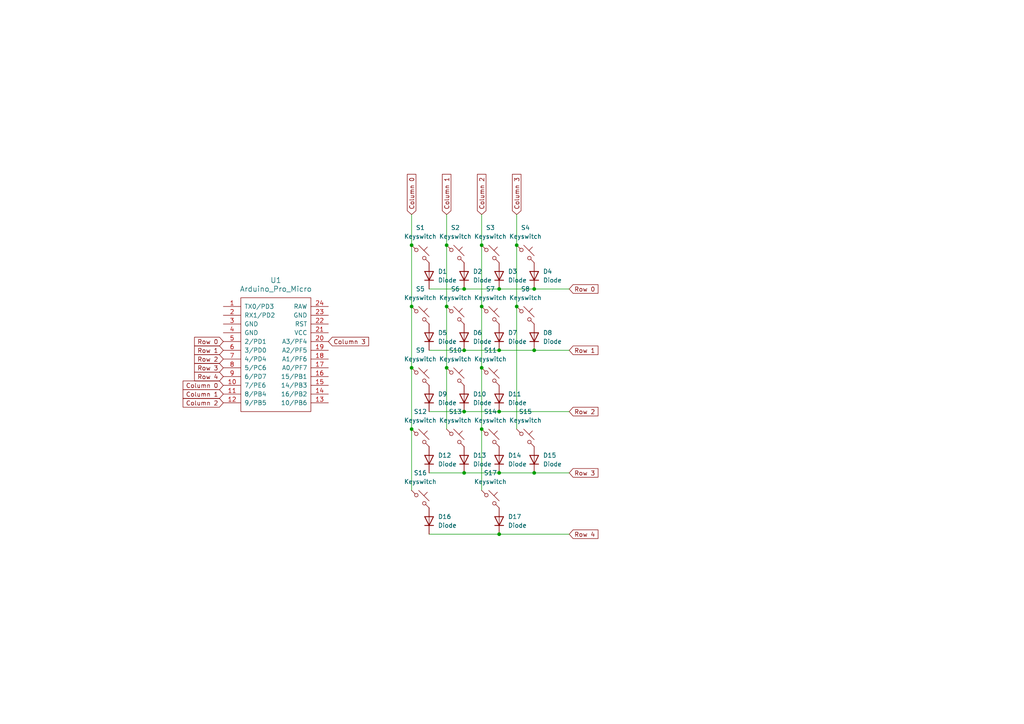
<source format=kicad_sch>
(kicad_sch (version 20230121) (generator eeschema)

  (uuid 2101bfb4-5331-483d-988d-a915b484041f)

  (paper "A4")

  (lib_symbols
    (symbol "ScottoKeebs:MCU_Arduino_Pro_Micro" (pin_names (offset 1.016)) (in_bom yes) (on_board yes)
      (property "Reference" "U" (at 0 0 0)
        (effects (font (size 1.524 1.524)))
      )
      (property "Value" "Arduino_Pro_Micro" (at 0 -19.05 0)
        (effects (font (size 1.524 1.524)))
      )
      (property "Footprint" "ScottoKeebs_MCU:Arduino_Pro_Micro" (at 0 -22.86 0)
        (effects (font (size 1.524 1.524)) hide)
      )
      (property "Datasheet" "" (at 26.67 -63.5 90)
        (effects (font (size 1.524 1.524)) hide)
      )
      (symbol "MCU_Arduino_Pro_Micro_0_1"
        (rectangle (start -10.16 16.51) (end 10.16 -16.51)
          (stroke (width 0) (type solid))
          (fill (type none))
        )
      )
      (symbol "MCU_Arduino_Pro_Micro_1_1"
        (pin input line (at -15.24 13.97 0) (length 5.08)
          (name "TX0/PD3" (effects (font (size 1.27 1.27))))
          (number "1" (effects (font (size 1.27 1.27))))
        )
        (pin input line (at -15.24 -8.89 0) (length 5.08)
          (name "7/PE6" (effects (font (size 1.27 1.27))))
          (number "10" (effects (font (size 1.27 1.27))))
        )
        (pin input line (at -15.24 -11.43 0) (length 5.08)
          (name "8/PB4" (effects (font (size 1.27 1.27))))
          (number "11" (effects (font (size 1.27 1.27))))
        )
        (pin input line (at -15.24 -13.97 0) (length 5.08)
          (name "9/PB5" (effects (font (size 1.27 1.27))))
          (number "12" (effects (font (size 1.27 1.27))))
        )
        (pin input line (at 15.24 -13.97 180) (length 5.08)
          (name "10/PB6" (effects (font (size 1.27 1.27))))
          (number "13" (effects (font (size 1.27 1.27))))
        )
        (pin input line (at 15.24 -11.43 180) (length 5.08)
          (name "16/PB2" (effects (font (size 1.27 1.27))))
          (number "14" (effects (font (size 1.27 1.27))))
        )
        (pin input line (at 15.24 -8.89 180) (length 5.08)
          (name "14/PB3" (effects (font (size 1.27 1.27))))
          (number "15" (effects (font (size 1.27 1.27))))
        )
        (pin input line (at 15.24 -6.35 180) (length 5.08)
          (name "15/PB1" (effects (font (size 1.27 1.27))))
          (number "16" (effects (font (size 1.27 1.27))))
        )
        (pin input line (at 15.24 -3.81 180) (length 5.08)
          (name "A0/PF7" (effects (font (size 1.27 1.27))))
          (number "17" (effects (font (size 1.27 1.27))))
        )
        (pin input line (at 15.24 -1.27 180) (length 5.08)
          (name "A1/PF6" (effects (font (size 1.27 1.27))))
          (number "18" (effects (font (size 1.27 1.27))))
        )
        (pin input line (at 15.24 1.27 180) (length 5.08)
          (name "A2/PF5" (effects (font (size 1.27 1.27))))
          (number "19" (effects (font (size 1.27 1.27))))
        )
        (pin input line (at -15.24 11.43 0) (length 5.08)
          (name "RX1/PD2" (effects (font (size 1.27 1.27))))
          (number "2" (effects (font (size 1.27 1.27))))
        )
        (pin input line (at 15.24 3.81 180) (length 5.08)
          (name "A3/PF4" (effects (font (size 1.27 1.27))))
          (number "20" (effects (font (size 1.27 1.27))))
        )
        (pin input line (at 15.24 6.35 180) (length 5.08)
          (name "VCC" (effects (font (size 1.27 1.27))))
          (number "21" (effects (font (size 1.27 1.27))))
        )
        (pin input line (at 15.24 8.89 180) (length 5.08)
          (name "RST" (effects (font (size 1.27 1.27))))
          (number "22" (effects (font (size 1.27 1.27))))
        )
        (pin input line (at 15.24 11.43 180) (length 5.08)
          (name "GND" (effects (font (size 1.27 1.27))))
          (number "23" (effects (font (size 1.27 1.27))))
        )
        (pin input line (at 15.24 13.97 180) (length 5.08)
          (name "RAW" (effects (font (size 1.27 1.27))))
          (number "24" (effects (font (size 1.27 1.27))))
        )
        (pin input line (at -15.24 8.89 0) (length 5.08)
          (name "GND" (effects (font (size 1.27 1.27))))
          (number "3" (effects (font (size 1.27 1.27))))
        )
        (pin input line (at -15.24 6.35 0) (length 5.08)
          (name "GND" (effects (font (size 1.27 1.27))))
          (number "4" (effects (font (size 1.27 1.27))))
        )
        (pin input line (at -15.24 3.81 0) (length 5.08)
          (name "2/PD1" (effects (font (size 1.27 1.27))))
          (number "5" (effects (font (size 1.27 1.27))))
        )
        (pin input line (at -15.24 1.27 0) (length 5.08)
          (name "3/PD0" (effects (font (size 1.27 1.27))))
          (number "6" (effects (font (size 1.27 1.27))))
        )
        (pin input line (at -15.24 -1.27 0) (length 5.08)
          (name "4/PD4" (effects (font (size 1.27 1.27))))
          (number "7" (effects (font (size 1.27 1.27))))
        )
        (pin input line (at -15.24 -3.81 0) (length 5.08)
          (name "5/PC6" (effects (font (size 1.27 1.27))))
          (number "8" (effects (font (size 1.27 1.27))))
        )
        (pin input line (at -15.24 -6.35 0) (length 5.08)
          (name "6/PD7" (effects (font (size 1.27 1.27))))
          (number "9" (effects (font (size 1.27 1.27))))
        )
      )
    )
    (symbol "ScottoKeebs:Placeholder_Diode" (pin_numbers hide) (pin_names hide) (in_bom yes) (on_board yes)
      (property "Reference" "D" (at 0 2.54 0)
        (effects (font (size 1.27 1.27)))
      )
      (property "Value" "Diode" (at 0 -2.54 0)
        (effects (font (size 1.27 1.27)))
      )
      (property "Footprint" "" (at 0 0 0)
        (effects (font (size 1.27 1.27)) hide)
      )
      (property "Datasheet" "" (at 0 0 0)
        (effects (font (size 1.27 1.27)) hide)
      )
      (property "Sim.Device" "D" (at 0 0 0)
        (effects (font (size 1.27 1.27)) hide)
      )
      (property "Sim.Pins" "1=K 2=A" (at 0 0 0)
        (effects (font (size 1.27 1.27)) hide)
      )
      (property "ki_keywords" "diode" (at 0 0 0)
        (effects (font (size 1.27 1.27)) hide)
      )
      (property "ki_description" "1N4148 (DO-35) or 1N4148W (SOD-123)" (at 0 0 0)
        (effects (font (size 1.27 1.27)) hide)
      )
      (property "ki_fp_filters" "D*DO?35*" (at 0 0 0)
        (effects (font (size 1.27 1.27)) hide)
      )
      (symbol "Placeholder_Diode_0_1"
        (polyline
          (pts
            (xy -1.27 1.27)
            (xy -1.27 -1.27)
          )
          (stroke (width 0.254) (type default))
          (fill (type none))
        )
        (polyline
          (pts
            (xy 1.27 0)
            (xy -1.27 0)
          )
          (stroke (width 0) (type default))
          (fill (type none))
        )
        (polyline
          (pts
            (xy 1.27 1.27)
            (xy 1.27 -1.27)
            (xy -1.27 0)
            (xy 1.27 1.27)
          )
          (stroke (width 0.254) (type default))
          (fill (type none))
        )
      )
      (symbol "Placeholder_Diode_1_1"
        (pin passive line (at -3.81 0 0) (length 2.54)
          (name "K" (effects (font (size 1.27 1.27))))
          (number "1" (effects (font (size 1.27 1.27))))
        )
        (pin passive line (at 3.81 0 180) (length 2.54)
          (name "A" (effects (font (size 1.27 1.27))))
          (number "2" (effects (font (size 1.27 1.27))))
        )
      )
    )
    (symbol "ScottoKeebs:Placeholder_Keyswitch" (pin_numbers hide) (pin_names (offset 1.016) hide) (in_bom yes) (on_board yes)
      (property "Reference" "S" (at 3.048 1.016 0)
        (effects (font (size 1.27 1.27)) (justify left))
      )
      (property "Value" "Keyswitch" (at 0 -3.81 0)
        (effects (font (size 1.27 1.27)))
      )
      (property "Footprint" "" (at 0 0 0)
        (effects (font (size 1.27 1.27)) hide)
      )
      (property "Datasheet" "~" (at 0 0 0)
        (effects (font (size 1.27 1.27)) hide)
      )
      (property "ki_keywords" "switch normally-open pushbutton push-button" (at 0 0 0)
        (effects (font (size 1.27 1.27)) hide)
      )
      (property "ki_description" "Push button switch, normally open, two pins, 45° tilted" (at 0 0 0)
        (effects (font (size 1.27 1.27)) hide)
      )
      (symbol "Placeholder_Keyswitch_0_1"
        (circle (center -1.1684 1.1684) (radius 0.508)
          (stroke (width 0) (type default))
          (fill (type none))
        )
        (polyline
          (pts
            (xy -0.508 2.54)
            (xy 2.54 -0.508)
          )
          (stroke (width 0) (type default))
          (fill (type none))
        )
        (polyline
          (pts
            (xy 1.016 1.016)
            (xy 2.032 2.032)
          )
          (stroke (width 0) (type default))
          (fill (type none))
        )
        (polyline
          (pts
            (xy -2.54 2.54)
            (xy -1.524 1.524)
            (xy -1.524 1.524)
          )
          (stroke (width 0) (type default))
          (fill (type none))
        )
        (polyline
          (pts
            (xy 1.524 -1.524)
            (xy 2.54 -2.54)
            (xy 2.54 -2.54)
            (xy 2.54 -2.54)
          )
          (stroke (width 0) (type default))
          (fill (type none))
        )
        (circle (center 1.143 -1.1938) (radius 0.508)
          (stroke (width 0) (type default))
          (fill (type none))
        )
        (pin passive line (at -2.54 2.54 0) (length 0)
          (name "1" (effects (font (size 1.27 1.27))))
          (number "1" (effects (font (size 1.27 1.27))))
        )
        (pin passive line (at 2.54 -2.54 180) (length 0)
          (name "2" (effects (font (size 1.27 1.27))))
          (number "2" (effects (font (size 1.27 1.27))))
        )
      )
    )
  )

  (junction (at 144.78 119.38) (diameter 0) (color 0 0 0 0)
    (uuid 0177e6d5-563c-49fb-adef-7d631a95f556)
  )
  (junction (at 154.94 137.16) (diameter 0) (color 0 0 0 0)
    (uuid 07afded6-e476-45f5-ab56-63f1798cf3b3)
  )
  (junction (at 134.62 83.82) (diameter 0) (color 0 0 0 0)
    (uuid 0c6086b3-3d4d-4fa9-84e8-42e347483488)
  )
  (junction (at 154.94 101.6) (diameter 0) (color 0 0 0 0)
    (uuid 109c5cac-a41e-4f22-8884-9a6d334210d0)
  )
  (junction (at 129.54 106.68) (diameter 0) (color 0 0 0 0)
    (uuid 13d806e6-35c3-43d7-9e5d-45115ebe1773)
  )
  (junction (at 134.62 101.6) (diameter 0) (color 0 0 0 0)
    (uuid 16ec05fe-9af0-4a91-8f7e-38e37884a90a)
  )
  (junction (at 154.94 83.82) (diameter 0) (color 0 0 0 0)
    (uuid 21842d63-1d3f-40dd-8933-45026ab35da9)
  )
  (junction (at 119.38 71.12) (diameter 0) (color 0 0 0 0)
    (uuid 51bc7b2c-8121-4bc9-95ba-3281facbd6f3)
  )
  (junction (at 139.7 88.9) (diameter 0) (color 0 0 0 0)
    (uuid 60894b01-70c7-4dbe-8bbf-7c3104cfd4f7)
  )
  (junction (at 144.78 137.16) (diameter 0) (color 0 0 0 0)
    (uuid 71d740d6-e748-4087-b762-fdbf48aec76b)
  )
  (junction (at 134.62 119.38) (diameter 0) (color 0 0 0 0)
    (uuid 72682611-c0ed-4c4c-982d-0904d143ad0a)
  )
  (junction (at 144.78 154.94) (diameter 0) (color 0 0 0 0)
    (uuid 80d4e6b4-6e61-473e-9453-ccc3e8db8244)
  )
  (junction (at 139.7 106.68) (diameter 0) (color 0 0 0 0)
    (uuid 80ff2d2c-1480-4dae-941e-ccd3d2e9c200)
  )
  (junction (at 134.62 137.16) (diameter 0) (color 0 0 0 0)
    (uuid 842bb86c-288b-4c89-b8f5-09b18c884784)
  )
  (junction (at 149.86 71.12) (diameter 0) (color 0 0 0 0)
    (uuid 85e2a9b5-fcb5-4746-be15-a9564c8ab3f6)
  )
  (junction (at 129.54 71.12) (diameter 0) (color 0 0 0 0)
    (uuid 888b5124-ff3c-4bb8-8ece-205afe2fb659)
  )
  (junction (at 119.38 88.9) (diameter 0) (color 0 0 0 0)
    (uuid 9458e4ed-6548-4ddd-8ba0-6769547bae27)
  )
  (junction (at 139.7 124.46) (diameter 0) (color 0 0 0 0)
    (uuid 978e8b31-15e2-4112-92b9-bddbc7177c7e)
  )
  (junction (at 119.38 124.46) (diameter 0) (color 0 0 0 0)
    (uuid 99a26d43-694e-408f-8a73-e081314a1d02)
  )
  (junction (at 144.78 101.6) (diameter 0) (color 0 0 0 0)
    (uuid 9ef667cf-3ea3-4941-a32a-f1949c9b57c1)
  )
  (junction (at 149.86 88.9) (diameter 0) (color 0 0 0 0)
    (uuid a5bf56b0-0d95-4a6c-82a1-4a86974837cf)
  )
  (junction (at 119.38 106.68) (diameter 0) (color 0 0 0 0)
    (uuid ba57a11e-4df7-461b-a32d-8e3731f9444b)
  )
  (junction (at 139.7 71.12) (diameter 0) (color 0 0 0 0)
    (uuid c6ea6d5d-8a7a-450f-949b-3747d873611b)
  )
  (junction (at 144.78 83.82) (diameter 0) (color 0 0 0 0)
    (uuid dd30f396-47cf-4fa8-9dd4-eba4d8ed6bde)
  )
  (junction (at 129.54 88.9) (diameter 0) (color 0 0 0 0)
    (uuid e1267bb4-1113-4ff1-abe8-8a55d228beed)
  )

  (wire (pts (xy 139.7 106.68) (xy 139.7 124.46))
    (stroke (width 0) (type default))
    (uuid 066b4ed8-894a-4a68-9583-f5a280bd84ef)
  )
  (wire (pts (xy 124.46 154.94) (xy 144.78 154.94))
    (stroke (width 0) (type default))
    (uuid 0ab592e1-e181-4e43-822f-dd7c4a98f14e)
  )
  (wire (pts (xy 134.62 83.82) (xy 144.78 83.82))
    (stroke (width 0) (type default))
    (uuid 0d272e8f-5809-41da-94a3-d9f5d276b0b7)
  )
  (wire (pts (xy 129.54 106.68) (xy 129.54 124.46))
    (stroke (width 0) (type default))
    (uuid 20e049e8-f781-4ca5-b949-d637570e6b35)
  )
  (wire (pts (xy 119.38 106.68) (xy 119.38 124.46))
    (stroke (width 0) (type default))
    (uuid 287442fe-cfe8-40b5-a713-d6bb69277563)
  )
  (wire (pts (xy 139.7 88.9) (xy 139.7 106.68))
    (stroke (width 0) (type default))
    (uuid 292a16d3-8c1e-4d00-9928-730c901f46d2)
  )
  (wire (pts (xy 124.46 101.6) (xy 134.62 101.6))
    (stroke (width 0) (type default))
    (uuid 2d80e7e9-6c00-4be8-9fff-5e76fdb06b2f)
  )
  (wire (pts (xy 119.38 71.12) (xy 119.38 88.9))
    (stroke (width 0) (type default))
    (uuid 2e6b2676-c4df-42dc-b130-64cf0585cbaa)
  )
  (wire (pts (xy 139.7 124.46) (xy 139.7 142.24))
    (stroke (width 0) (type default))
    (uuid 37633d05-1b07-4129-bb99-3b4a91e932c2)
  )
  (wire (pts (xy 124.46 137.16) (xy 134.62 137.16))
    (stroke (width 0) (type default))
    (uuid 417f31cd-5151-4423-8660-7ec8db385d6e)
  )
  (wire (pts (xy 124.46 119.38) (xy 134.62 119.38))
    (stroke (width 0) (type default))
    (uuid 486218bc-f406-4a70-b90e-1ab6f1bb3648)
  )
  (wire (pts (xy 129.54 88.9) (xy 129.54 106.68))
    (stroke (width 0) (type default))
    (uuid 4a2c47c6-439f-460b-8230-350b52a9e097)
  )
  (wire (pts (xy 119.38 124.46) (xy 119.38 142.24))
    (stroke (width 0) (type default))
    (uuid 4e0354b2-d5a5-4308-99fd-cc66f9db2a3a)
  )
  (wire (pts (xy 119.38 88.9) (xy 119.38 106.68))
    (stroke (width 0) (type default))
    (uuid 54ce0e41-c19d-4432-ab0d-f6a8f6ab0fa1)
  )
  (wire (pts (xy 134.62 101.6) (xy 144.78 101.6))
    (stroke (width 0) (type default))
    (uuid 6f2bc3fa-6f06-4ee6-866f-ad1bbb6bfd1b)
  )
  (wire (pts (xy 144.78 101.6) (xy 154.94 101.6))
    (stroke (width 0) (type default))
    (uuid 7586c28d-b789-4cec-bd75-d0b7fb8718f2)
  )
  (wire (pts (xy 165.1 137.16) (xy 154.94 137.16))
    (stroke (width 0) (type default))
    (uuid 762fa917-f477-490a-9d34-46fd5f309c59)
  )
  (wire (pts (xy 124.46 83.82) (xy 134.62 83.82))
    (stroke (width 0) (type default))
    (uuid 7f5d20e5-7ea2-4d84-9a96-0f9273e9b51a)
  )
  (wire (pts (xy 129.54 71.12) (xy 129.54 88.9))
    (stroke (width 0) (type default))
    (uuid 86fda98f-8d74-477f-b102-8ee49352f477)
  )
  (wire (pts (xy 134.62 119.38) (xy 144.78 119.38))
    (stroke (width 0) (type default))
    (uuid 9625008e-ab50-469b-bf5c-bc65161a032c)
  )
  (wire (pts (xy 144.78 119.38) (xy 165.1 119.38))
    (stroke (width 0) (type default))
    (uuid 97722d06-1bf8-4ebb-9f51-af664e724ba5)
  )
  (wire (pts (xy 119.38 62.23) (xy 119.38 71.12))
    (stroke (width 0) (type default))
    (uuid 9c8e85ed-a7da-402e-88ba-e67448724eda)
  )
  (wire (pts (xy 165.1 83.82) (xy 154.94 83.82))
    (stroke (width 0) (type default))
    (uuid a1c3df07-e999-4a55-bbf1-bc1e2617e1af)
  )
  (wire (pts (xy 154.94 101.6) (xy 165.1 101.6))
    (stroke (width 0) (type default))
    (uuid a487990d-ee73-4e3e-bf9d-c5bbb0980b4b)
  )
  (wire (pts (xy 129.54 62.23) (xy 129.54 71.12))
    (stroke (width 0) (type default))
    (uuid a73b2de2-c6d2-4219-ad2d-f04ecb17e489)
  )
  (wire (pts (xy 139.7 62.23) (xy 139.7 71.12))
    (stroke (width 0) (type default))
    (uuid b69182a9-4625-413f-8f73-4feca696f61a)
  )
  (wire (pts (xy 149.86 62.23) (xy 149.86 71.12))
    (stroke (width 0) (type default))
    (uuid bccb0d5e-8e0a-41a2-a74f-85961a49bec3)
  )
  (wire (pts (xy 134.62 137.16) (xy 144.78 137.16))
    (stroke (width 0) (type default))
    (uuid c223752d-2399-4d61-aa8f-dd9ac64d83c8)
  )
  (wire (pts (xy 149.86 88.9) (xy 149.86 124.46))
    (stroke (width 0) (type default))
    (uuid c45aa086-63c5-415e-a0ef-51e4ec15510a)
  )
  (wire (pts (xy 149.86 71.12) (xy 149.86 88.9))
    (stroke (width 0) (type default))
    (uuid cdfdf18f-5d35-439b-b600-157453248076)
  )
  (wire (pts (xy 144.78 83.82) (xy 154.94 83.82))
    (stroke (width 0) (type default))
    (uuid dc86a698-341b-413f-849d-89ed40688c9d)
  )
  (wire (pts (xy 139.7 71.12) (xy 139.7 88.9))
    (stroke (width 0) (type default))
    (uuid dca27de6-5981-479b-bf9a-04db5f0fb132)
  )
  (wire (pts (xy 144.78 137.16) (xy 154.94 137.16))
    (stroke (width 0) (type default))
    (uuid dd93820e-f754-4419-a88f-b3afa3594428)
  )
  (wire (pts (xy 165.1 154.94) (xy 144.78 154.94))
    (stroke (width 0) (type default))
    (uuid dea204d5-7239-4ed9-9688-de0500977634)
  )

  (global_label "Column 0" (shape input) (at 64.77 111.76 180) (fields_autoplaced)
    (effects (font (size 1.27 1.27)) (justify right))
    (uuid 11120e6a-ca85-4deb-8497-8be03b0ccd15)
    (property "Intersheetrefs" "${INTERSHEET_REFS}" (at 52.5322 111.76 0)
      (effects (font (size 1.27 1.27)) (justify right) hide)
    )
  )
  (global_label "Row 4" (shape input) (at 165.1 154.94 0) (fields_autoplaced)
    (effects (font (size 1.27 1.27)) (justify left))
    (uuid 2c464e0a-b448-45d9-8457-46ac796c3c5b)
    (property "Intersheetrefs" "${INTERSHEET_REFS}" (at 174.0118 154.94 0)
      (effects (font (size 1.27 1.27)) (justify left) hide)
    )
  )
  (global_label "Column 2" (shape input) (at 64.77 116.84 180) (fields_autoplaced)
    (effects (font (size 1.27 1.27)) (justify right))
    (uuid 3454877c-2611-4fad-8480-a6ca1f2b749e)
    (property "Intersheetrefs" "${INTERSHEET_REFS}" (at 52.5322 116.84 0)
      (effects (font (size 1.27 1.27)) (justify right) hide)
    )
  )
  (global_label "Row 4" (shape input) (at 64.77 109.22 180) (fields_autoplaced)
    (effects (font (size 1.27 1.27)) (justify right))
    (uuid 372f5ee0-688b-4541-80c3-2858fa4ef6a7)
    (property "Intersheetrefs" "${INTERSHEET_REFS}" (at 55.8582 109.22 0)
      (effects (font (size 1.27 1.27)) (justify right) hide)
    )
  )
  (global_label "Row 0" (shape input) (at 64.77 99.06 180) (fields_autoplaced)
    (effects (font (size 1.27 1.27)) (justify right))
    (uuid 405768d7-3d69-4236-b2a5-dc09507ec961)
    (property "Intersheetrefs" "${INTERSHEET_REFS}" (at 55.8582 99.06 0)
      (effects (font (size 1.27 1.27)) (justify right) hide)
    )
  )
  (global_label "Row 3" (shape input) (at 64.77 106.68 180) (fields_autoplaced)
    (effects (font (size 1.27 1.27)) (justify right))
    (uuid 561a7510-7287-4acc-ab81-12772a22be77)
    (property "Intersheetrefs" "${INTERSHEET_REFS}" (at 55.8582 106.68 0)
      (effects (font (size 1.27 1.27)) (justify right) hide)
    )
  )
  (global_label "Row 3" (shape input) (at 165.1 137.16 0) (fields_autoplaced)
    (effects (font (size 1.27 1.27)) (justify left))
    (uuid 6cb5f555-7651-4cb7-8905-91b3bd2a1f9c)
    (property "Intersheetrefs" "${INTERSHEET_REFS}" (at 174.0118 137.16 0)
      (effects (font (size 1.27 1.27)) (justify left) hide)
    )
  )
  (global_label "Row 2" (shape input) (at 165.1 119.38 0) (fields_autoplaced)
    (effects (font (size 1.27 1.27)) (justify left))
    (uuid 7b9c2434-61a8-42dd-95f4-da12d831345b)
    (property "Intersheetrefs" "${INTERSHEET_REFS}" (at 174.0118 119.38 0)
      (effects (font (size 1.27 1.27)) (justify left) hide)
    )
  )
  (global_label "Column 2" (shape input) (at 139.7 62.23 90) (fields_autoplaced)
    (effects (font (size 1.27 1.27)) (justify left))
    (uuid 8bc53ca7-ea63-4373-b857-d0dd64560e60)
    (property "Intersheetrefs" "${INTERSHEET_REFS}" (at 139.7 49.9922 90)
      (effects (font (size 1.27 1.27)) (justify left) hide)
    )
  )
  (global_label "Column 1" (shape input) (at 64.77 114.3 180) (fields_autoplaced)
    (effects (font (size 1.27 1.27)) (justify right))
    (uuid a266fdc1-6455-4949-83c6-6bf379a19f0e)
    (property "Intersheetrefs" "${INTERSHEET_REFS}" (at 52.5322 114.3 0)
      (effects (font (size 1.27 1.27)) (justify right) hide)
    )
  )
  (global_label "Row 2" (shape input) (at 64.77 104.14 180) (fields_autoplaced)
    (effects (font (size 1.27 1.27)) (justify right))
    (uuid acbab488-c4c1-4f7e-a2e5-ef9eefd4b8ed)
    (property "Intersheetrefs" "${INTERSHEET_REFS}" (at 55.8582 104.14 0)
      (effects (font (size 1.27 1.27)) (justify right) hide)
    )
  )
  (global_label "Row 1" (shape input) (at 165.1 101.6 0) (fields_autoplaced)
    (effects (font (size 1.27 1.27)) (justify left))
    (uuid b5a64e22-9423-4c2f-90c3-d4a759ae604e)
    (property "Intersheetrefs" "${INTERSHEET_REFS}" (at 174.0118 101.6 0)
      (effects (font (size 1.27 1.27)) (justify left) hide)
    )
  )
  (global_label "Row 0" (shape input) (at 165.1 83.82 0) (fields_autoplaced)
    (effects (font (size 1.27 1.27)) (justify left))
    (uuid b5d83220-fcff-49e3-8b38-ca8a1ae05258)
    (property "Intersheetrefs" "${INTERSHEET_REFS}" (at 174.0118 83.82 0)
      (effects (font (size 1.27 1.27)) (justify left) hide)
    )
  )
  (global_label "Column 3" (shape input) (at 95.25 99.06 0) (fields_autoplaced)
    (effects (font (size 1.27 1.27)) (justify left))
    (uuid cdbfc993-fecc-4a21-82cf-c72db62a43de)
    (property "Intersheetrefs" "${INTERSHEET_REFS}" (at 107.4878 99.06 0)
      (effects (font (size 1.27 1.27)) (justify left) hide)
    )
  )
  (global_label "Column 0" (shape input) (at 119.38 62.23 90) (fields_autoplaced)
    (effects (font (size 1.27 1.27)) (justify left))
    (uuid d37fa744-e79c-4d56-b986-c95826460e79)
    (property "Intersheetrefs" "${INTERSHEET_REFS}" (at 119.38 49.9922 90)
      (effects (font (size 1.27 1.27)) (justify left) hide)
    )
  )
  (global_label "Column 1" (shape input) (at 129.54 62.23 90) (fields_autoplaced)
    (effects (font (size 1.27 1.27)) (justify left))
    (uuid d441ebff-3c91-42f1-92db-162ec413e310)
    (property "Intersheetrefs" "${INTERSHEET_REFS}" (at 129.54 49.9922 90)
      (effects (font (size 1.27 1.27)) (justify left) hide)
    )
  )
  (global_label "Row 1" (shape input) (at 64.77 101.6 180) (fields_autoplaced)
    (effects (font (size 1.27 1.27)) (justify right))
    (uuid f4afa7ad-67d1-42c7-9ee5-fe65c1ae5d78)
    (property "Intersheetrefs" "${INTERSHEET_REFS}" (at 55.8582 101.6 0)
      (effects (font (size 1.27 1.27)) (justify right) hide)
    )
  )
  (global_label "Column 3" (shape input) (at 149.86 62.23 90) (fields_autoplaced)
    (effects (font (size 1.27 1.27)) (justify left))
    (uuid f80086f9-4b3e-4cba-9b4f-d572475f33d1)
    (property "Intersheetrefs" "${INTERSHEET_REFS}" (at 149.86 49.9922 90)
      (effects (font (size 1.27 1.27)) (justify left) hide)
    )
  )

  (symbol (lib_id "ScottoKeebs:Placeholder_Diode") (at 144.78 80.01 90) (unit 1)
    (in_bom yes) (on_board yes) (dnp no) (fields_autoplaced)
    (uuid 06ba10cd-150d-4bfc-81f4-30cc60abf8f6)
    (property "Reference" "D3" (at 147.32 78.74 90)
      (effects (font (size 1.27 1.27)) (justify right))
    )
    (property "Value" "Diode" (at 147.32 81.28 90)
      (effects (font (size 1.27 1.27)) (justify right))
    )
    (property "Footprint" "ScottoKeebs_Components:Diode_DO-35" (at 144.78 80.01 0)
      (effects (font (size 1.27 1.27)) hide)
    )
    (property "Datasheet" "" (at 144.78 80.01 0)
      (effects (font (size 1.27 1.27)) hide)
    )
    (property "Sim.Device" "D" (at 144.78 80.01 0)
      (effects (font (size 1.27 1.27)) hide)
    )
    (property "Sim.Pins" "1=K 2=A" (at 144.78 80.01 0)
      (effects (font (size 1.27 1.27)) hide)
    )
    (pin "2" (uuid 1f32220b-2118-4815-8b7b-49df75446e05))
    (pin "1" (uuid 8d39e4d5-2687-4afd-b81a-94bc0b4e026a))
    (instances
      (project "numpad"
        (path "/2101bfb4-5331-483d-988d-a915b484041f"
          (reference "D3") (unit 1)
        )
      )
    )
  )

  (symbol (lib_id "ScottoKeebs:Placeholder_Keyswitch") (at 152.4 127 0) (unit 1)
    (in_bom yes) (on_board yes) (dnp no) (fields_autoplaced)
    (uuid 0f075055-3b6c-4a37-b1d9-8742f6bb3efd)
    (property "Reference" "S15" (at 152.4 119.38 0)
      (effects (font (size 1.27 1.27)))
    )
    (property "Value" "Keyswitch" (at 152.4 121.92 0)
      (effects (font (size 1.27 1.27)))
    )
    (property "Footprint" "ScottoKeebs_MX:MX_PCB_2.00u_90deg" (at 152.4 127 0)
      (effects (font (size 1.27 1.27)) hide)
    )
    (property "Datasheet" "~" (at 152.4 127 0)
      (effects (font (size 1.27 1.27)) hide)
    )
    (pin "1" (uuid 26f52bc1-a2c4-438e-8213-956b3d781fbf))
    (pin "2" (uuid c59f427a-ea21-4758-9fff-5ed8a03d7853))
    (instances
      (project "numpad"
        (path "/2101bfb4-5331-483d-988d-a915b484041f"
          (reference "S15") (unit 1)
        )
      )
    )
  )

  (symbol (lib_id "ScottoKeebs:Placeholder_Keyswitch") (at 152.4 73.66 0) (unit 1)
    (in_bom yes) (on_board yes) (dnp no) (fields_autoplaced)
    (uuid 10a40f9d-e86b-48ad-b65a-66dcf6f28876)
    (property "Reference" "S4" (at 152.4 66.04 0)
      (effects (font (size 1.27 1.27)))
    )
    (property "Value" "Keyswitch" (at 152.4 68.58 0)
      (effects (font (size 1.27 1.27)))
    )
    (property "Footprint" "ScottoKeebs_MX:MX_PCB_1.00u" (at 152.4 73.66 0)
      (effects (font (size 1.27 1.27)) hide)
    )
    (property "Datasheet" "~" (at 152.4 73.66 0)
      (effects (font (size 1.27 1.27)) hide)
    )
    (pin "1" (uuid 107c32c0-7ce4-48c4-96e6-43d94101dcb9))
    (pin "2" (uuid c136c9d7-f0a9-4936-9801-ba2b46fa4b8b))
    (instances
      (project "numpad"
        (path "/2101bfb4-5331-483d-988d-a915b484041f"
          (reference "S4") (unit 1)
        )
      )
    )
  )

  (symbol (lib_id "ScottoKeebs:Placeholder_Diode") (at 154.94 133.35 90) (unit 1)
    (in_bom yes) (on_board yes) (dnp no) (fields_autoplaced)
    (uuid 156be11f-7455-4faf-a4a9-34668abd86f2)
    (property "Reference" "D15" (at 157.48 132.08 90)
      (effects (font (size 1.27 1.27)) (justify right))
    )
    (property "Value" "Diode" (at 157.48 134.62 90)
      (effects (font (size 1.27 1.27)) (justify right))
    )
    (property "Footprint" "ScottoKeebs_Components:Diode_DO-35" (at 154.94 133.35 0)
      (effects (font (size 1.27 1.27)) hide)
    )
    (property "Datasheet" "" (at 154.94 133.35 0)
      (effects (font (size 1.27 1.27)) hide)
    )
    (property "Sim.Device" "D" (at 154.94 133.35 0)
      (effects (font (size 1.27 1.27)) hide)
    )
    (property "Sim.Pins" "1=K 2=A" (at 154.94 133.35 0)
      (effects (font (size 1.27 1.27)) hide)
    )
    (pin "2" (uuid bc3e9ce7-65eb-4bc7-a1eb-9c24d179986c))
    (pin "1" (uuid ef9e5039-006b-4ca3-9495-51ac1ecadefc))
    (instances
      (project "numpad"
        (path "/2101bfb4-5331-483d-988d-a915b484041f"
          (reference "D15") (unit 1)
        )
      )
    )
  )

  (symbol (lib_id "ScottoKeebs:Placeholder_Keyswitch") (at 132.08 73.66 0) (unit 1)
    (in_bom yes) (on_board yes) (dnp no) (fields_autoplaced)
    (uuid 244766ef-69b6-4133-9c34-71b4bb33f22e)
    (property "Reference" "S2" (at 132.08 66.04 0)
      (effects (font (size 1.27 1.27)))
    )
    (property "Value" "Keyswitch" (at 132.08 68.58 0)
      (effects (font (size 1.27 1.27)))
    )
    (property "Footprint" "ScottoKeebs_MX:MX_PCB_1.00u" (at 132.08 73.66 0)
      (effects (font (size 1.27 1.27)) hide)
    )
    (property "Datasheet" "~" (at 132.08 73.66 0)
      (effects (font (size 1.27 1.27)) hide)
    )
    (pin "1" (uuid 956b7cda-740f-49fd-b4fe-76ada83ee73b))
    (pin "2" (uuid 229b3d80-d9f4-4b3d-a49e-ee6fcc136931))
    (instances
      (project "numpad"
        (path "/2101bfb4-5331-483d-988d-a915b484041f"
          (reference "S2") (unit 1)
        )
      )
    )
  )

  (symbol (lib_id "ScottoKeebs:Placeholder_Keyswitch") (at 142.24 109.22 0) (unit 1)
    (in_bom yes) (on_board yes) (dnp no) (fields_autoplaced)
    (uuid 25a0e55d-3a61-4e66-aeda-79d7a9f0fdb3)
    (property "Reference" "S11" (at 142.24 101.6 0)
      (effects (font (size 1.27 1.27)))
    )
    (property "Value" "Keyswitch" (at 142.24 104.14 0)
      (effects (font (size 1.27 1.27)))
    )
    (property "Footprint" "ScottoKeebs_MX:MX_PCB_1.00u" (at 142.24 109.22 0)
      (effects (font (size 1.27 1.27)) hide)
    )
    (property "Datasheet" "~" (at 142.24 109.22 0)
      (effects (font (size 1.27 1.27)) hide)
    )
    (pin "1" (uuid bd4d892f-ec28-48b2-9311-606b5a8c23d3))
    (pin "2" (uuid c0f4fd4c-ad53-4b09-9ffc-01de6a6c6b12))
    (instances
      (project "numpad"
        (path "/2101bfb4-5331-483d-988d-a915b484041f"
          (reference "S11") (unit 1)
        )
      )
    )
  )

  (symbol (lib_id "ScottoKeebs:Placeholder_Diode") (at 144.78 133.35 90) (unit 1)
    (in_bom yes) (on_board yes) (dnp no) (fields_autoplaced)
    (uuid 2b33aa97-6d9a-415b-abd1-ac9c90fa0556)
    (property "Reference" "D14" (at 147.32 132.08 90)
      (effects (font (size 1.27 1.27)) (justify right))
    )
    (property "Value" "Diode" (at 147.32 134.62 90)
      (effects (font (size 1.27 1.27)) (justify right))
    )
    (property "Footprint" "ScottoKeebs_Components:Diode_DO-35" (at 144.78 133.35 0)
      (effects (font (size 1.27 1.27)) hide)
    )
    (property "Datasheet" "" (at 144.78 133.35 0)
      (effects (font (size 1.27 1.27)) hide)
    )
    (property "Sim.Device" "D" (at 144.78 133.35 0)
      (effects (font (size 1.27 1.27)) hide)
    )
    (property "Sim.Pins" "1=K 2=A" (at 144.78 133.35 0)
      (effects (font (size 1.27 1.27)) hide)
    )
    (pin "2" (uuid 7565d423-947e-40db-9894-c498b4dde1b5))
    (pin "1" (uuid 92726dda-3b8a-4522-b8e8-19779fb51696))
    (instances
      (project "numpad"
        (path "/2101bfb4-5331-483d-988d-a915b484041f"
          (reference "D14") (unit 1)
        )
      )
    )
  )

  (symbol (lib_id "ScottoKeebs:Placeholder_Keyswitch") (at 142.24 144.78 0) (unit 1)
    (in_bom yes) (on_board yes) (dnp no) (fields_autoplaced)
    (uuid 2cc60c53-adc0-4807-8b9b-856e978bf5d1)
    (property "Reference" "S17" (at 142.24 137.16 0)
      (effects (font (size 1.27 1.27)))
    )
    (property "Value" "Keyswitch" (at 142.24 139.7 0)
      (effects (font (size 1.27 1.27)))
    )
    (property "Footprint" "ScottoKeebs_MX:MX_PCB_1.00u" (at 142.24 144.78 0)
      (effects (font (size 1.27 1.27)) hide)
    )
    (property "Datasheet" "~" (at 142.24 144.78 0)
      (effects (font (size 1.27 1.27)) hide)
    )
    (pin "1" (uuid f688360a-0cca-4d74-958a-762077920b68))
    (pin "2" (uuid d73a60d2-1ff9-4a00-b7b6-d66c3bf6aca2))
    (instances
      (project "numpad"
        (path "/2101bfb4-5331-483d-988d-a915b484041f"
          (reference "S17") (unit 1)
        )
      )
    )
  )

  (symbol (lib_id "ScottoKeebs:Placeholder_Diode") (at 124.46 80.01 90) (unit 1)
    (in_bom yes) (on_board yes) (dnp no) (fields_autoplaced)
    (uuid 30a8b267-b749-430b-929d-2ab0e73f0bc4)
    (property "Reference" "D1" (at 127 78.74 90)
      (effects (font (size 1.27 1.27)) (justify right))
    )
    (property "Value" "Diode" (at 127 81.28 90)
      (effects (font (size 1.27 1.27)) (justify right))
    )
    (property "Footprint" "ScottoKeebs_Components:Diode_DO-35" (at 124.46 80.01 0)
      (effects (font (size 1.27 1.27)) hide)
    )
    (property "Datasheet" "" (at 124.46 80.01 0)
      (effects (font (size 1.27 1.27)) hide)
    )
    (property "Sim.Device" "D" (at 124.46 80.01 0)
      (effects (font (size 1.27 1.27)) hide)
    )
    (property "Sim.Pins" "1=K 2=A" (at 124.46 80.01 0)
      (effects (font (size 1.27 1.27)) hide)
    )
    (pin "2" (uuid 823cf146-5ef0-45ae-8f84-3616583ab3dc))
    (pin "1" (uuid 3324ca2c-4b5a-44c0-b985-ca6d25a682c6))
    (instances
      (project "numpad"
        (path "/2101bfb4-5331-483d-988d-a915b484041f"
          (reference "D1") (unit 1)
        )
      )
    )
  )

  (symbol (lib_id "ScottoKeebs:Placeholder_Diode") (at 124.46 115.57 90) (unit 1)
    (in_bom yes) (on_board yes) (dnp no) (fields_autoplaced)
    (uuid 347f8c91-31b2-410b-ad55-9435c30584f6)
    (property "Reference" "D9" (at 127 114.3 90)
      (effects (font (size 1.27 1.27)) (justify right))
    )
    (property "Value" "Diode" (at 127 116.84 90)
      (effects (font (size 1.27 1.27)) (justify right))
    )
    (property "Footprint" "ScottoKeebs_Components:Diode_DO-35" (at 124.46 115.57 0)
      (effects (font (size 1.27 1.27)) hide)
    )
    (property "Datasheet" "" (at 124.46 115.57 0)
      (effects (font (size 1.27 1.27)) hide)
    )
    (property "Sim.Device" "D" (at 124.46 115.57 0)
      (effects (font (size 1.27 1.27)) hide)
    )
    (property "Sim.Pins" "1=K 2=A" (at 124.46 115.57 0)
      (effects (font (size 1.27 1.27)) hide)
    )
    (pin "2" (uuid 302e97e2-b829-454e-8468-1772895bb624))
    (pin "1" (uuid 4355c38e-b132-4460-b445-d343a16296d6))
    (instances
      (project "numpad"
        (path "/2101bfb4-5331-483d-988d-a915b484041f"
          (reference "D9") (unit 1)
        )
      )
    )
  )

  (symbol (lib_id "ScottoKeebs:MCU_Arduino_Pro_Micro") (at 80.01 102.87 0) (unit 1)
    (in_bom yes) (on_board yes) (dnp no) (fields_autoplaced)
    (uuid 3a2f5448-e2b7-44bc-9850-3db8d242659e)
    (property "Reference" "U1" (at 80.01 81.28 0)
      (effects (font (size 1.524 1.524)))
    )
    (property "Value" "Arduino_Pro_Micro" (at 80.01 83.82 0)
      (effects (font (size 1.524 1.524)))
    )
    (property "Footprint" "ScottoKeebs_MCU:Arduino_Pro_Micro" (at 80.01 125.73 0)
      (effects (font (size 1.524 1.524)) hide)
    )
    (property "Datasheet" "" (at 106.68 166.37 90)
      (effects (font (size 1.524 1.524)) hide)
    )
    (pin "12" (uuid ab006a1a-d859-4872-ab15-4cbb8036ea2b))
    (pin "1" (uuid b66c48f8-fba8-43a7-b191-abcb9d269836))
    (pin "10" (uuid 03512566-e974-4b42-9680-5ca29e336959))
    (pin "11" (uuid f405b834-22f8-4acb-a93d-a54a4ff4d623))
    (pin "2" (uuid f85f3fde-e612-47fb-9c7c-e9703d1c9696))
    (pin "6" (uuid e52624bf-a644-40f0-9484-242740a494f1))
    (pin "16" (uuid fdb77902-4df2-4b0b-a160-b79f7df8291b))
    (pin "5" (uuid 47e14625-3f81-48f5-a70d-6a4ab63f92e9))
    (pin "14" (uuid 8e408642-821b-4576-bdb2-8282b2976516))
    (pin "13" (uuid 0ae6d2df-dcb5-488b-b4c5-c9cdfbb3b5fd))
    (pin "18" (uuid cda7f60c-33d6-4bb3-aafb-f9b6cb08767d))
    (pin "22" (uuid c0e6990d-4fde-4880-8344-5f6deaf9327a))
    (pin "23" (uuid 7d5fe99b-fb96-40a4-9435-2762ac6de306))
    (pin "21" (uuid a07e8920-4aef-4b52-925d-7dde1618a206))
    (pin "9" (uuid 33cf06dc-bd03-4e02-a49e-0ee8e7145fb6))
    (pin "4" (uuid ef7900fc-2a8e-43c4-a740-92698b4130ce))
    (pin "8" (uuid b322d44e-1690-472f-aa72-fea1c193512e))
    (pin "15" (uuid 2d33c10b-7791-4687-987c-b1c8fc53c00f))
    (pin "17" (uuid 60112433-be9e-451c-b982-871578676290))
    (pin "20" (uuid 7dce856f-a341-4562-9f50-4e4ae898762b))
    (pin "24" (uuid 83989eb5-a59e-41ee-a9a6-3e5a1cd45464))
    (pin "3" (uuid 4abf4a19-7cb3-419e-a0f0-37a81bde8d61))
    (pin "19" (uuid c3cf26ba-c6a4-4872-aea9-8a22d997198a))
    (pin "7" (uuid 6aced7cf-8b6e-412e-b48a-81038bdb48b1))
    (instances
      (project "numpad"
        (path "/2101bfb4-5331-483d-988d-a915b484041f"
          (reference "U1") (unit 1)
        )
      )
    )
  )

  (symbol (lib_id "ScottoKeebs:Placeholder_Keyswitch") (at 132.08 91.44 0) (unit 1)
    (in_bom yes) (on_board yes) (dnp no) (fields_autoplaced)
    (uuid 45eca7e7-238b-422d-b290-e392341aed58)
    (property "Reference" "S6" (at 132.08 83.82 0)
      (effects (font (size 1.27 1.27)))
    )
    (property "Value" "Keyswitch" (at 132.08 86.36 0)
      (effects (font (size 1.27 1.27)))
    )
    (property "Footprint" "ScottoKeebs_MX:MX_PCB_1.00u" (at 132.08 91.44 0)
      (effects (font (size 1.27 1.27)) hide)
    )
    (property "Datasheet" "~" (at 132.08 91.44 0)
      (effects (font (size 1.27 1.27)) hide)
    )
    (pin "1" (uuid 9a7a9922-b1a7-4a1d-a59b-94438181a08f))
    (pin "2" (uuid 5c37d7f6-409d-4be4-8647-cfe8d7bb794c))
    (instances
      (project "numpad"
        (path "/2101bfb4-5331-483d-988d-a915b484041f"
          (reference "S6") (unit 1)
        )
      )
    )
  )

  (symbol (lib_id "ScottoKeebs:Placeholder_Keyswitch") (at 132.08 127 0) (unit 1)
    (in_bom yes) (on_board yes) (dnp no) (fields_autoplaced)
    (uuid 4a385c88-732d-4d8e-b6f4-55a7d0d10e2c)
    (property "Reference" "S13" (at 132.08 119.38 0)
      (effects (font (size 1.27 1.27)))
    )
    (property "Value" "Keyswitch" (at 132.08 121.92 0)
      (effects (font (size 1.27 1.27)))
    )
    (property "Footprint" "ScottoKeebs_MX:MX_PCB_1.00u" (at 132.08 127 0)
      (effects (font (size 1.27 1.27)) hide)
    )
    (property "Datasheet" "~" (at 132.08 127 0)
      (effects (font (size 1.27 1.27)) hide)
    )
    (pin "1" (uuid 6610b687-964a-4fff-889b-0be2d103210d))
    (pin "2" (uuid 472dfb25-336f-4a76-809f-c9e2ad732710))
    (instances
      (project "numpad"
        (path "/2101bfb4-5331-483d-988d-a915b484041f"
          (reference "S13") (unit 1)
        )
      )
    )
  )

  (symbol (lib_id "ScottoKeebs:Placeholder_Keyswitch") (at 142.24 91.44 0) (unit 1)
    (in_bom yes) (on_board yes) (dnp no) (fields_autoplaced)
    (uuid 4b54ebb8-a76c-4270-8d18-bdd79b6c9960)
    (property "Reference" "S7" (at 142.24 83.82 0)
      (effects (font (size 1.27 1.27)))
    )
    (property "Value" "Keyswitch" (at 142.24 86.36 0)
      (effects (font (size 1.27 1.27)))
    )
    (property "Footprint" "ScottoKeebs_MX:MX_PCB_1.00u" (at 142.24 91.44 0)
      (effects (font (size 1.27 1.27)) hide)
    )
    (property "Datasheet" "~" (at 142.24 91.44 0)
      (effects (font (size 1.27 1.27)) hide)
    )
    (pin "1" (uuid 1d8123bb-0bc9-40ca-b68f-d6662107eb32))
    (pin "2" (uuid a1765173-9988-4e9a-ada4-5170c7887b55))
    (instances
      (project "numpad"
        (path "/2101bfb4-5331-483d-988d-a915b484041f"
          (reference "S7") (unit 1)
        )
      )
    )
  )

  (symbol (lib_id "ScottoKeebs:Placeholder_Keyswitch") (at 121.92 91.44 0) (unit 1)
    (in_bom yes) (on_board yes) (dnp no) (fields_autoplaced)
    (uuid 52919c3d-0731-427e-b147-1d66eb41ee63)
    (property "Reference" "S5" (at 121.92 83.82 0)
      (effects (font (size 1.27 1.27)))
    )
    (property "Value" "Keyswitch" (at 121.92 86.36 0)
      (effects (font (size 1.27 1.27)))
    )
    (property "Footprint" "ScottoKeebs_MX:MX_PCB_1.00u" (at 121.92 91.44 0)
      (effects (font (size 1.27 1.27)) hide)
    )
    (property "Datasheet" "~" (at 121.92 91.44 0)
      (effects (font (size 1.27 1.27)) hide)
    )
    (pin "1" (uuid 50c28359-f890-4d2b-a87e-4981abff422c))
    (pin "2" (uuid af369c79-7ab1-4ec5-b7a4-fa9e18b92072))
    (instances
      (project "numpad"
        (path "/2101bfb4-5331-483d-988d-a915b484041f"
          (reference "S5") (unit 1)
        )
      )
    )
  )

  (symbol (lib_id "ScottoKeebs:Placeholder_Diode") (at 154.94 80.01 90) (unit 1)
    (in_bom yes) (on_board yes) (dnp no) (fields_autoplaced)
    (uuid 713c2739-00b8-436c-9016-8e425fc1d3d7)
    (property "Reference" "D4" (at 157.48 78.74 90)
      (effects (font (size 1.27 1.27)) (justify right))
    )
    (property "Value" "Diode" (at 157.48 81.28 90)
      (effects (font (size 1.27 1.27)) (justify right))
    )
    (property "Footprint" "ScottoKeebs_Components:Diode_DO-35" (at 154.94 80.01 0)
      (effects (font (size 1.27 1.27)) hide)
    )
    (property "Datasheet" "" (at 154.94 80.01 0)
      (effects (font (size 1.27 1.27)) hide)
    )
    (property "Sim.Device" "D" (at 154.94 80.01 0)
      (effects (font (size 1.27 1.27)) hide)
    )
    (property "Sim.Pins" "1=K 2=A" (at 154.94 80.01 0)
      (effects (font (size 1.27 1.27)) hide)
    )
    (pin "2" (uuid 1aad3911-ea30-4f63-a26d-dd130d6dd13c))
    (pin "1" (uuid 08e80af8-ae07-46f7-aae2-3f930d64a159))
    (instances
      (project "numpad"
        (path "/2101bfb4-5331-483d-988d-a915b484041f"
          (reference "D4") (unit 1)
        )
      )
    )
  )

  (symbol (lib_id "ScottoKeebs:Placeholder_Keyswitch") (at 152.4 91.44 0) (unit 1)
    (in_bom yes) (on_board yes) (dnp no) (fields_autoplaced)
    (uuid 99bbc54e-c716-415c-8177-bb502285688a)
    (property "Reference" "S8" (at 152.4 83.82 0)
      (effects (font (size 1.27 1.27)))
    )
    (property "Value" "Keyswitch" (at 152.4 86.36 0)
      (effects (font (size 1.27 1.27)))
    )
    (property "Footprint" "ScottoKeebs_MX:MX_PCB_2.00u_90deg" (at 152.4 91.44 0)
      (effects (font (size 1.27 1.27)) hide)
    )
    (property "Datasheet" "~" (at 152.4 91.44 0)
      (effects (font (size 1.27 1.27)) hide)
    )
    (pin "1" (uuid f0f9161b-ad91-4cef-a85a-5e85256f8d6f))
    (pin "2" (uuid 922a0e8a-1b7e-4971-928c-25cbc0681dce))
    (instances
      (project "numpad"
        (path "/2101bfb4-5331-483d-988d-a915b484041f"
          (reference "S8") (unit 1)
        )
      )
    )
  )

  (symbol (lib_id "ScottoKeebs:Placeholder_Keyswitch") (at 121.92 73.66 0) (unit 1)
    (in_bom yes) (on_board yes) (dnp no) (fields_autoplaced)
    (uuid 9a0e07da-475d-4416-acd7-7e721be0151e)
    (property "Reference" "S1" (at 121.92 66.04 0)
      (effects (font (size 1.27 1.27)))
    )
    (property "Value" "Keyswitch" (at 121.92 68.58 0)
      (effects (font (size 1.27 1.27)))
    )
    (property "Footprint" "ScottoKeebs_MX:MX_PCB_1.00u" (at 121.92 73.66 0)
      (effects (font (size 1.27 1.27)) hide)
    )
    (property "Datasheet" "~" (at 121.92 73.66 0)
      (effects (font (size 1.27 1.27)) hide)
    )
    (pin "1" (uuid 47dc09e9-4622-44d5-a33c-ba2afb550c76))
    (pin "2" (uuid afc895a0-ec22-4bfc-8e8f-fd4553e61163))
    (instances
      (project "numpad"
        (path "/2101bfb4-5331-483d-988d-a915b484041f"
          (reference "S1") (unit 1)
        )
      )
    )
  )

  (symbol (lib_id "ScottoKeebs:Placeholder_Keyswitch") (at 121.92 109.22 0) (unit 1)
    (in_bom yes) (on_board yes) (dnp no) (fields_autoplaced)
    (uuid 9b4f859f-9140-4192-8464-18a66ce6eaa1)
    (property "Reference" "S9" (at 121.92 101.6 0)
      (effects (font (size 1.27 1.27)))
    )
    (property "Value" "Keyswitch" (at 121.92 104.14 0)
      (effects (font (size 1.27 1.27)))
    )
    (property "Footprint" "ScottoKeebs_MX:MX_PCB_1.00u" (at 121.92 109.22 0)
      (effects (font (size 1.27 1.27)) hide)
    )
    (property "Datasheet" "~" (at 121.92 109.22 0)
      (effects (font (size 1.27 1.27)) hide)
    )
    (pin "1" (uuid f61df7f5-f946-4e23-8cc1-9c65a26c70bf))
    (pin "2" (uuid 12a26aed-9015-4312-959f-5ef3df9be31b))
    (instances
      (project "numpad"
        (path "/2101bfb4-5331-483d-988d-a915b484041f"
          (reference "S9") (unit 1)
        )
      )
    )
  )

  (symbol (lib_id "ScottoKeebs:Placeholder_Keyswitch") (at 142.24 127 0) (unit 1)
    (in_bom yes) (on_board yes) (dnp no) (fields_autoplaced)
    (uuid 9c1fc243-b7ce-4ede-b302-95ba44471bf4)
    (property "Reference" "S14" (at 142.24 119.38 0)
      (effects (font (size 1.27 1.27)))
    )
    (property "Value" "Keyswitch" (at 142.24 121.92 0)
      (effects (font (size 1.27 1.27)))
    )
    (property "Footprint" "ScottoKeebs_MX:MX_PCB_1.00u" (at 142.24 127 0)
      (effects (font (size 1.27 1.27)) hide)
    )
    (property "Datasheet" "~" (at 142.24 127 0)
      (effects (font (size 1.27 1.27)) hide)
    )
    (pin "1" (uuid 15cad13b-dd2b-4b7e-abcb-6c89ce1dcdf8))
    (pin "2" (uuid e18f1000-c26e-4fa9-88f7-7420afa7765e))
    (instances
      (project "numpad"
        (path "/2101bfb4-5331-483d-988d-a915b484041f"
          (reference "S14") (unit 1)
        )
      )
    )
  )

  (symbol (lib_id "ScottoKeebs:Placeholder_Diode") (at 134.62 80.01 90) (unit 1)
    (in_bom yes) (on_board yes) (dnp no) (fields_autoplaced)
    (uuid a1aad686-10bf-4065-8036-df0c868e4447)
    (property "Reference" "D2" (at 137.16 78.74 90)
      (effects (font (size 1.27 1.27)) (justify right))
    )
    (property "Value" "Diode" (at 137.16 81.28 90)
      (effects (font (size 1.27 1.27)) (justify right))
    )
    (property "Footprint" "ScottoKeebs_Components:Diode_DO-35" (at 134.62 80.01 0)
      (effects (font (size 1.27 1.27)) hide)
    )
    (property "Datasheet" "" (at 134.62 80.01 0)
      (effects (font (size 1.27 1.27)) hide)
    )
    (property "Sim.Device" "D" (at 134.62 80.01 0)
      (effects (font (size 1.27 1.27)) hide)
    )
    (property "Sim.Pins" "1=K 2=A" (at 134.62 80.01 0)
      (effects (font (size 1.27 1.27)) hide)
    )
    (pin "2" (uuid f6b616e1-5004-492e-b922-7383cb6ae7e5))
    (pin "1" (uuid 65bd7166-b43b-46d8-b7ee-4ef1c1fb4fdc))
    (instances
      (project "numpad"
        (path "/2101bfb4-5331-483d-988d-a915b484041f"
          (reference "D2") (unit 1)
        )
      )
    )
  )

  (symbol (lib_id "ScottoKeebs:Placeholder_Diode") (at 134.62 115.57 90) (unit 1)
    (in_bom yes) (on_board yes) (dnp no) (fields_autoplaced)
    (uuid a3f3ea0b-67cb-4786-9257-433219279522)
    (property "Reference" "D10" (at 137.16 114.3 90)
      (effects (font (size 1.27 1.27)) (justify right))
    )
    (property "Value" "Diode" (at 137.16 116.84 90)
      (effects (font (size 1.27 1.27)) (justify right))
    )
    (property "Footprint" "ScottoKeebs_Components:Diode_DO-35" (at 134.62 115.57 0)
      (effects (font (size 1.27 1.27)) hide)
    )
    (property "Datasheet" "" (at 134.62 115.57 0)
      (effects (font (size 1.27 1.27)) hide)
    )
    (property "Sim.Device" "D" (at 134.62 115.57 0)
      (effects (font (size 1.27 1.27)) hide)
    )
    (property "Sim.Pins" "1=K 2=A" (at 134.62 115.57 0)
      (effects (font (size 1.27 1.27)) hide)
    )
    (pin "2" (uuid f660bf22-589c-4bc3-8dfa-45f4b75f4ea4))
    (pin "1" (uuid 3d7b0db7-6793-4073-9413-4ee4e77894a7))
    (instances
      (project "numpad"
        (path "/2101bfb4-5331-483d-988d-a915b484041f"
          (reference "D10") (unit 1)
        )
      )
    )
  )

  (symbol (lib_id "ScottoKeebs:Placeholder_Keyswitch") (at 121.92 127 0) (unit 1)
    (in_bom yes) (on_board yes) (dnp no) (fields_autoplaced)
    (uuid a430f047-6e01-44ae-8d5e-ae34592ada7c)
    (property "Reference" "S12" (at 121.92 119.38 0)
      (effects (font (size 1.27 1.27)))
    )
    (property "Value" "Keyswitch" (at 121.92 121.92 0)
      (effects (font (size 1.27 1.27)))
    )
    (property "Footprint" "ScottoKeebs_MX:MX_PCB_1.00u" (at 121.92 127 0)
      (effects (font (size 1.27 1.27)) hide)
    )
    (property "Datasheet" "~" (at 121.92 127 0)
      (effects (font (size 1.27 1.27)) hide)
    )
    (pin "1" (uuid 2e498835-80b3-4eec-a491-41ddb78e883a))
    (pin "2" (uuid e2078c84-7ed3-4e0a-87bc-ba290ff5c7ef))
    (instances
      (project "numpad"
        (path "/2101bfb4-5331-483d-988d-a915b484041f"
          (reference "S12") (unit 1)
        )
      )
    )
  )

  (symbol (lib_id "ScottoKeebs:Placeholder_Diode") (at 144.78 151.13 90) (unit 1)
    (in_bom yes) (on_board yes) (dnp no) (fields_autoplaced)
    (uuid ab85f56a-ecea-4008-8e43-2ad5e231e2bf)
    (property "Reference" "D17" (at 147.32 149.86 90)
      (effects (font (size 1.27 1.27)) (justify right))
    )
    (property "Value" "Diode" (at 147.32 152.4 90)
      (effects (font (size 1.27 1.27)) (justify right))
    )
    (property "Footprint" "ScottoKeebs_Components:Diode_DO-35" (at 144.78 151.13 0)
      (effects (font (size 1.27 1.27)) hide)
    )
    (property "Datasheet" "" (at 144.78 151.13 0)
      (effects (font (size 1.27 1.27)) hide)
    )
    (property "Sim.Device" "D" (at 144.78 151.13 0)
      (effects (font (size 1.27 1.27)) hide)
    )
    (property "Sim.Pins" "1=K 2=A" (at 144.78 151.13 0)
      (effects (font (size 1.27 1.27)) hide)
    )
    (pin "2" (uuid 06489b56-7a06-45aa-beae-ce1465ee0904))
    (pin "1" (uuid 825797cb-c87c-4ea1-9fba-ed27a2b69409))
    (instances
      (project "numpad"
        (path "/2101bfb4-5331-483d-988d-a915b484041f"
          (reference "D17") (unit 1)
        )
      )
    )
  )

  (symbol (lib_id "ScottoKeebs:Placeholder_Diode") (at 134.62 133.35 90) (unit 1)
    (in_bom yes) (on_board yes) (dnp no) (fields_autoplaced)
    (uuid b1ac8733-b289-4443-bb22-1f9049a25073)
    (property "Reference" "D13" (at 137.16 132.08 90)
      (effects (font (size 1.27 1.27)) (justify right))
    )
    (property "Value" "Diode" (at 137.16 134.62 90)
      (effects (font (size 1.27 1.27)) (justify right))
    )
    (property "Footprint" "ScottoKeebs_Components:Diode_DO-35" (at 134.62 133.35 0)
      (effects (font (size 1.27 1.27)) hide)
    )
    (property "Datasheet" "" (at 134.62 133.35 0)
      (effects (font (size 1.27 1.27)) hide)
    )
    (property "Sim.Device" "D" (at 134.62 133.35 0)
      (effects (font (size 1.27 1.27)) hide)
    )
    (property "Sim.Pins" "1=K 2=A" (at 134.62 133.35 0)
      (effects (font (size 1.27 1.27)) hide)
    )
    (pin "2" (uuid f505194e-f6a0-426c-9c6b-e3500ca1789b))
    (pin "1" (uuid 1afb16f7-ce63-40b1-a412-e5478c5ccbd1))
    (instances
      (project "numpad"
        (path "/2101bfb4-5331-483d-988d-a915b484041f"
          (reference "D13") (unit 1)
        )
      )
    )
  )

  (symbol (lib_id "ScottoKeebs:Placeholder_Diode") (at 124.46 133.35 90) (unit 1)
    (in_bom yes) (on_board yes) (dnp no) (fields_autoplaced)
    (uuid b6b2645a-8deb-4e2c-a405-99bc668c12ee)
    (property "Reference" "D12" (at 127 132.08 90)
      (effects (font (size 1.27 1.27)) (justify right))
    )
    (property "Value" "Diode" (at 127 134.62 90)
      (effects (font (size 1.27 1.27)) (justify right))
    )
    (property "Footprint" "ScottoKeebs_Components:Diode_DO-35" (at 124.46 133.35 0)
      (effects (font (size 1.27 1.27)) hide)
    )
    (property "Datasheet" "" (at 124.46 133.35 0)
      (effects (font (size 1.27 1.27)) hide)
    )
    (property "Sim.Device" "D" (at 124.46 133.35 0)
      (effects (font (size 1.27 1.27)) hide)
    )
    (property "Sim.Pins" "1=K 2=A" (at 124.46 133.35 0)
      (effects (font (size 1.27 1.27)) hide)
    )
    (pin "2" (uuid ccf3ada7-890e-4ad2-8167-60fcace54a04))
    (pin "1" (uuid d7561a88-8da3-4c5c-b526-88c20ae4ec52))
    (instances
      (project "numpad"
        (path "/2101bfb4-5331-483d-988d-a915b484041f"
          (reference "D12") (unit 1)
        )
      )
    )
  )

  (symbol (lib_id "ScottoKeebs:Placeholder_Keyswitch") (at 142.24 73.66 0) (unit 1)
    (in_bom yes) (on_board yes) (dnp no) (fields_autoplaced)
    (uuid c6a5132e-e64c-4b61-b08d-51eb21cb3caf)
    (property "Reference" "S3" (at 142.24 66.04 0)
      (effects (font (size 1.27 1.27)))
    )
    (property "Value" "Keyswitch" (at 142.24 68.58 0)
      (effects (font (size 1.27 1.27)))
    )
    (property "Footprint" "ScottoKeebs_MX:MX_PCB_1.00u" (at 142.24 73.66 0)
      (effects (font (size 1.27 1.27)) hide)
    )
    (property "Datasheet" "~" (at 142.24 73.66 0)
      (effects (font (size 1.27 1.27)) hide)
    )
    (pin "1" (uuid 8ff999eb-c05d-4296-80a0-bf6f208ff74e))
    (pin "2" (uuid 885cadac-ca54-42fe-aa6e-3729948e98f7))
    (instances
      (project "numpad"
        (path "/2101bfb4-5331-483d-988d-a915b484041f"
          (reference "S3") (unit 1)
        )
      )
    )
  )

  (symbol (lib_id "ScottoKeebs:Placeholder_Diode") (at 134.62 97.79 90) (unit 1)
    (in_bom yes) (on_board yes) (dnp no) (fields_autoplaced)
    (uuid d36ac404-47c6-4909-a1f5-fa398213e79c)
    (property "Reference" "D6" (at 137.16 96.52 90)
      (effects (font (size 1.27 1.27)) (justify right))
    )
    (property "Value" "Diode" (at 137.16 99.06 90)
      (effects (font (size 1.27 1.27)) (justify right))
    )
    (property "Footprint" "ScottoKeebs_Components:Diode_DO-35" (at 134.62 97.79 0)
      (effects (font (size 1.27 1.27)) hide)
    )
    (property "Datasheet" "" (at 134.62 97.79 0)
      (effects (font (size 1.27 1.27)) hide)
    )
    (property "Sim.Device" "D" (at 134.62 97.79 0)
      (effects (font (size 1.27 1.27)) hide)
    )
    (property "Sim.Pins" "1=K 2=A" (at 134.62 97.79 0)
      (effects (font (size 1.27 1.27)) hide)
    )
    (pin "2" (uuid b26ff9e1-982c-4396-997d-26bbaaefc8d0))
    (pin "1" (uuid 2c774816-bdfc-46cf-80c8-2228cfe91904))
    (instances
      (project "numpad"
        (path "/2101bfb4-5331-483d-988d-a915b484041f"
          (reference "D6") (unit 1)
        )
      )
    )
  )

  (symbol (lib_id "ScottoKeebs:Placeholder_Diode") (at 124.46 97.79 90) (unit 1)
    (in_bom yes) (on_board yes) (dnp no) (fields_autoplaced)
    (uuid dd30bbd6-d716-4036-b720-9161f3d8b606)
    (property "Reference" "D5" (at 127 96.52 90)
      (effects (font (size 1.27 1.27)) (justify right))
    )
    (property "Value" "Diode" (at 127 99.06 90)
      (effects (font (size 1.27 1.27)) (justify right))
    )
    (property "Footprint" "ScottoKeebs_Components:Diode_DO-35" (at 124.46 97.79 0)
      (effects (font (size 1.27 1.27)) hide)
    )
    (property "Datasheet" "" (at 124.46 97.79 0)
      (effects (font (size 1.27 1.27)) hide)
    )
    (property "Sim.Device" "D" (at 124.46 97.79 0)
      (effects (font (size 1.27 1.27)) hide)
    )
    (property "Sim.Pins" "1=K 2=A" (at 124.46 97.79 0)
      (effects (font (size 1.27 1.27)) hide)
    )
    (pin "2" (uuid 9414f008-de45-47e1-a958-3d183135719e))
    (pin "1" (uuid 566a2063-fa5e-49e7-be3c-e4ef3ca69e65))
    (instances
      (project "numpad"
        (path "/2101bfb4-5331-483d-988d-a915b484041f"
          (reference "D5") (unit 1)
        )
      )
    )
  )

  (symbol (lib_id "ScottoKeebs:Placeholder_Keyswitch") (at 132.08 109.22 0) (unit 1)
    (in_bom yes) (on_board yes) (dnp no) (fields_autoplaced)
    (uuid e3a5ee56-5428-4b08-986d-cc97ae88cb2b)
    (property "Reference" "S10" (at 132.08 101.6 0)
      (effects (font (size 1.27 1.27)))
    )
    (property "Value" "Keyswitch" (at 132.08 104.14 0)
      (effects (font (size 1.27 1.27)))
    )
    (property "Footprint" "ScottoKeebs_MX:MX_PCB_1.00u" (at 132.08 109.22 0)
      (effects (font (size 1.27 1.27)) hide)
    )
    (property "Datasheet" "~" (at 132.08 109.22 0)
      (effects (font (size 1.27 1.27)) hide)
    )
    (pin "1" (uuid d8bf053c-9834-4078-a14c-bedfb8da78e2))
    (pin "2" (uuid 6d14d949-e0e4-44fd-9139-a2a7a411f496))
    (instances
      (project "numpad"
        (path "/2101bfb4-5331-483d-988d-a915b484041f"
          (reference "S10") (unit 1)
        )
      )
    )
  )

  (symbol (lib_id "ScottoKeebs:Placeholder_Diode") (at 124.46 151.13 90) (unit 1)
    (in_bom yes) (on_board yes) (dnp no)
    (uuid e948b181-2952-459f-a4c0-b4f6e0c45909)
    (property "Reference" "D16" (at 127 149.86 90)
      (effects (font (size 1.27 1.27)) (justify right))
    )
    (property "Value" "Diode" (at 127 152.4 90)
      (effects (font (size 1.27 1.27)) (justify right))
    )
    (property "Footprint" "ScottoKeebs_Components:Diode_DO-35" (at 124.46 151.13 0)
      (effects (font (size 1.27 1.27)) hide)
    )
    (property "Datasheet" "" (at 124.46 151.13 0)
      (effects (font (size 1.27 1.27)) hide)
    )
    (property "Sim.Device" "D" (at 124.46 151.13 0)
      (effects (font (size 1.27 1.27)) hide)
    )
    (property "Sim.Pins" "1=K 2=A" (at 124.46 151.13 0)
      (effects (font (size 1.27 1.27)) hide)
    )
    (pin "2" (uuid a7a30d09-7d00-499f-8340-944c7cc3aac7))
    (pin "1" (uuid c8c9b059-c5dc-4059-8b12-ed79cf81a4d6))
    (instances
      (project "numpad"
        (path "/2101bfb4-5331-483d-988d-a915b484041f"
          (reference "D16") (unit 1)
        )
      )
    )
  )

  (symbol (lib_id "ScottoKeebs:Placeholder_Diode") (at 144.78 115.57 90) (unit 1)
    (in_bom yes) (on_board yes) (dnp no) (fields_autoplaced)
    (uuid ed00e531-7d51-40c6-b0bf-6182a132ee66)
    (property "Reference" "D11" (at 147.32 114.3 90)
      (effects (font (size 1.27 1.27)) (justify right))
    )
    (property "Value" "Diode" (at 147.32 116.84 90)
      (effects (font (size 1.27 1.27)) (justify right))
    )
    (property "Footprint" "ScottoKeebs_Components:Diode_DO-35" (at 144.78 115.57 0)
      (effects (font (size 1.27 1.27)) hide)
    )
    (property "Datasheet" "" (at 144.78 115.57 0)
      (effects (font (size 1.27 1.27)) hide)
    )
    (property "Sim.Device" "D" (at 144.78 115.57 0)
      (effects (font (size 1.27 1.27)) hide)
    )
    (property "Sim.Pins" "1=K 2=A" (at 144.78 115.57 0)
      (effects (font (size 1.27 1.27)) hide)
    )
    (pin "2" (uuid fb198413-ae5e-4067-ac86-aa51b50a3de3))
    (pin "1" (uuid 7875c32d-6ee4-45ca-bf19-733e9ec083cc))
    (instances
      (project "numpad"
        (path "/2101bfb4-5331-483d-988d-a915b484041f"
          (reference "D11") (unit 1)
        )
      )
    )
  )

  (symbol (lib_id "ScottoKeebs:Placeholder_Keyswitch") (at 121.92 144.78 0) (unit 1)
    (in_bom yes) (on_board yes) (dnp no) (fields_autoplaced)
    (uuid ee605e7a-ec68-4597-856c-15f175b61174)
    (property "Reference" "S16" (at 121.92 137.16 0)
      (effects (font (size 1.27 1.27)))
    )
    (property "Value" "Keyswitch" (at 121.92 139.7 0)
      (effects (font (size 1.27 1.27)))
    )
    (property "Footprint" "ScottoKeebs_MX:MX_PCB_2.00u" (at 121.92 144.78 0)
      (effects (font (size 1.27 1.27)) hide)
    )
    (property "Datasheet" "~" (at 121.92 144.78 0)
      (effects (font (size 1.27 1.27)) hide)
    )
    (pin "1" (uuid 841adc8d-c74f-4cc3-8a33-2970197eac0b))
    (pin "2" (uuid 88590f31-0b42-4886-ad2a-5b6973bc1ed0))
    (instances
      (project "numpad"
        (path "/2101bfb4-5331-483d-988d-a915b484041f"
          (reference "S16") (unit 1)
        )
      )
    )
  )

  (symbol (lib_id "ScottoKeebs:Placeholder_Diode") (at 154.94 97.79 90) (unit 1)
    (in_bom yes) (on_board yes) (dnp no) (fields_autoplaced)
    (uuid f36cc15c-e69c-4265-a40a-3d87c0b62359)
    (property "Reference" "D8" (at 157.48 96.52 90)
      (effects (font (size 1.27 1.27)) (justify right))
    )
    (property "Value" "Diode" (at 157.48 99.06 90)
      (effects (font (size 1.27 1.27)) (justify right))
    )
    (property "Footprint" "ScottoKeebs_Components:Diode_DO-35" (at 154.94 97.79 0)
      (effects (font (size 1.27 1.27)) hide)
    )
    (property "Datasheet" "" (at 154.94 97.79 0)
      (effects (font (size 1.27 1.27)) hide)
    )
    (property "Sim.Device" "D" (at 154.94 97.79 0)
      (effects (font (size 1.27 1.27)) hide)
    )
    (property "Sim.Pins" "1=K 2=A" (at 154.94 97.79 0)
      (effects (font (size 1.27 1.27)) hide)
    )
    (pin "2" (uuid e3401620-eba0-4668-838e-fd1bde6cf3f0))
    (pin "1" (uuid 1e523d18-b2ae-4975-bf57-80fe93736139))
    (instances
      (project "numpad"
        (path "/2101bfb4-5331-483d-988d-a915b484041f"
          (reference "D8") (unit 1)
        )
      )
    )
  )

  (symbol (lib_id "ScottoKeebs:Placeholder_Diode") (at 144.78 97.79 90) (unit 1)
    (in_bom yes) (on_board yes) (dnp no) (fields_autoplaced)
    (uuid f9643113-e3b8-44fe-a2d0-121fc44c84c6)
    (property "Reference" "D7" (at 147.32 96.52 90)
      (effects (font (size 1.27 1.27)) (justify right))
    )
    (property "Value" "Diode" (at 147.32 99.06 90)
      (effects (font (size 1.27 1.27)) (justify right))
    )
    (property "Footprint" "ScottoKeebs_Components:Diode_DO-35" (at 144.78 97.79 0)
      (effects (font (size 1.27 1.27)) hide)
    )
    (property "Datasheet" "" (at 144.78 97.79 0)
      (effects (font (size 1.27 1.27)) hide)
    )
    (property "Sim.Device" "D" (at 144.78 97.79 0)
      (effects (font (size 1.27 1.27)) hide)
    )
    (property "Sim.Pins" "1=K 2=A" (at 144.78 97.79 0)
      (effects (font (size 1.27 1.27)) hide)
    )
    (pin "2" (uuid 0a012d72-3a75-47c0-94c7-0c7aead148d7))
    (pin "1" (uuid db6478bf-ed3e-46a2-a1b4-cc3f8a4a3af9))
    (instances
      (project "numpad"
        (path "/2101bfb4-5331-483d-988d-a915b484041f"
          (reference "D7") (unit 1)
        )
      )
    )
  )

  (sheet_instances
    (path "/" (page "1"))
  )
)

</source>
